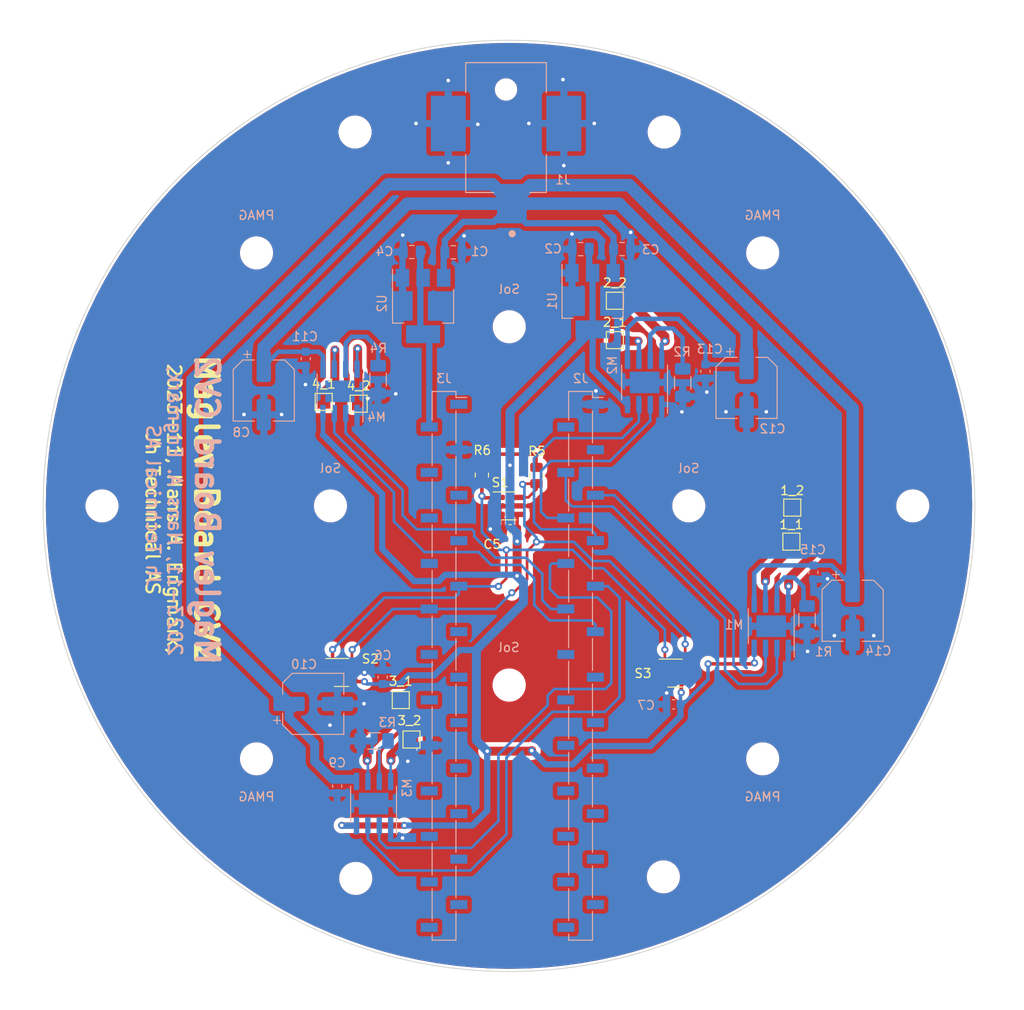
<source format=kicad_pcb>
(kicad_pcb (version 20221018) (generator pcbnew)
  (layers (0 "F.Cu" signal) (31 "B.Cu" signal) (34 "B.Paste" user) (35 "F.Paste" user) (36 "B.SilkS" user "B.Silkscreen") (37 "F.SilkS" user "F.Silkscreen") (38 "B.Mask" user) (39 "F.Mask" user) (44 "Edge.Cuts" user))
  (net 0 "")
  (net 1 "GND")
  (net 2 "Net-(M1-LSS)")
  (net 3 "+3.3V")
  (net 4 "+12V")
  (net 5 "+5V")
  (net 6 "Net-(M2-LSS)")
  (net 7 "Net-(M3-LSS)")
  (net 8 "Net-(M4-LSS)")
  (net 9 "Net-(3_1-Pin_1)")
  (net 10 "Net-(3_2-Pin_1)")
  (net 11 "Net-(4_1-Pin_1)")
  (net 12 "Net-(4_2-Pin_1)")
  (net 13 "Net-(1_1-Pin_1)")
  (net 14 "Net-(1_2-Pin_1)")
  (net 15 "Net-(2_1-Pin_1)")
  (net 16 "Net-(2_2-Pin_1)")
  (net 17 "/HB_0_B")
  (net 18 "/HB_0_A")
  (net 19 "/HB_1_B")
  (net 20 "/HB_1_A")
  (net 21 "/HB_2_B")
  (net 22 "/HB_2_A")
  (net 23 "/HB_3_B")
  (net 24 "/HB_3_A")
  (net 25 "/I2C_SDA")
  (net 26 "/I2C_SCL")
  (footprint "TestPoint:TestPoint_Pad_1.5x1.5mm" (layer "F.Cu") (at 135.3 125.3404)
    (fp_text reference "3_2")
    (fp_text value "solenoid")
  )
  (footprint "Resistor_SMD:R_0805_2012Metric" (layer "F.Cu") (at 149.2504 95.8596 -90)
    (fp_text reference "R5")
    (fp_text value "1K2")
  )
  (footprint "TestPoint:TestPoint_Pad_1.5x1.5mm" (layer "F.Cu") (at 125.5 87.6404)
    (fp_text reference "4_1")
    (fp_text value "solenoid")
  )
  (footprint "Capacitor_SMD:C_0603_1608Metric" (layer "F.Cu") (at 146.304 101.854)
    (fp_text reference "C5")
    (fp_text value "100nF")
  )
  (footprint "TestPoint:TestPoint_Pad_1.5x1.5mm" (layer "F.Cu") (at 177.8 99.4404)
    (fp_text reference "1_2")
    (fp_text value "solenoid")
  )
  (footprint "Package_TO_SOT_SMD:SOT-23-6" (layer "F.Cu") (at 127.508 117.856)
    (fp_text reference "S2")
    (fp_text value "TLE493DA1")
  )
  (footprint "Package_TO_SOT_SMD:SOT-23-6" (layer "F.Cu") (at 164.7135 117.922)
    (fp_text reference "S3")
    (fp_text value "TLE493DA0")
  )
  (footprint "TestPoint:TestPoint_Pad_1.5x1.5mm" (layer "F.Cu") (at 177.7 103.2404)
    (fp_text reference "1_1")
    (fp_text value "solenoid")
  )
  (footprint "" (layer "F.Cu") (at 126.25 99.25)
    (fp_text reference "")
    (fp_text value "")
  )
  (footprint "TestPoint:TestPoint_Pad_1.5x1.5mm" (layer "F.Cu") (at 158 76.3404)
    (fp_text reference "2_2")
    (fp_text value "solenoid")
  )
  (footprint "TestPoint:TestPoint_Pad_1.5x1.5mm" (layer "F.Cu") (at 134.1 120.9404)
    (fp_text reference "3_1")
    (fp_text value "solenoid")
  )
  (footprint "TestPoint:TestPoint_Pad_1.5x1.5mm" (layer "F.Cu") (at 158 80.7404)
    (fp_text reference "2_1")
    (fp_text value "solenoid")
  )
  (footprint "Resistor_SMD:R_0805_2012Metric" (layer "F.Cu") (at 143.1544 95.8088 90)
    (fp_text reference "R6")
    (fp_text value "1K2")
  )
  (footprint "TestPoint:TestPoint_Pad_1.5x1.5mm" (layer "F.Cu") (at 129.4 87.8404)
    (fp_text reference "4_2")
    (fp_text value "solenoid")
  )
  (footprint "Package_TO_SOT_SMD:SOT-23-6" (layer "F.Cu") (at 146.20114 99.25)
    (fp_text reference "S1")
    (fp_text value "TLE493DA2")
  )
  (footprint "Capacitor_SMD:C_0805_2012Metric" (layer "B.Cu") (at 139.97 70.9304)
    (fp_text reference "C1")
    (fp_text value "10uF")
  )
  (footprint "Capacitor_SMD:CP_Elec_6.3x7.7" (layer "B.Cu") (at 172.7 86.0704 -90)
    (fp_text reference "C12")
    (fp_text value "100uF")
  )
  (footprint "MountingHole:MountingHole_3.2mm_M3" (layer "B.Cu") (at 129.077025 140.852859 180)
    (fp_text reference "REF**" hide)
    (fp_text value "MountingHole_3.2mm_M3")
  )
  (footprint "Resistor_SMD:R_1206_3216Metric_Pad1.30x1.75mm_HandSolder" (layer "B.Cu") (at 179.451 111.984 -90)
    (fp_text reference "R1")
    (fp_text value "0.45")
  )
  (footprint "Capacitor_SMD:C_0603_1608Metric" (layer "B.Cu") (at 164.5412 121.412)
    (fp_text reference "C7")
    (fp_text value "100nF")
  )
  (footprint "MountingHole:MountingHole_3.2mm_M3" (layer "B.Cu") (at 126.25 99.25 180)
    (fp_text reference "Sol")
    (fp_text value "MountingHole_3.2mm_M3")
  )
  (footprint "Capacitor_SMD:C_0805_2012Metric" (layer "B.Cu") (at 135.33 70.9004)
    (fp_text reference "C4")
    (fp_text value "10uF")
  )
  (footprint "Package_SO:SOIC-8-1EP_3.9x4.9mm_P1.27mm_EP2.41x3.3mm" (layer "B.Cu") (at 131.064 132.496 90)
    (fp_text reference "M3")
    (fp_text value "A4950E")
  )
  (footprint "Package_SO:SOIC-8-1EP_3.9x4.9mm_P1.27mm_EP2.41x3.3mm" (layer "B.Cu") (at 127.317 86.452 90)
    (fp_text reference "M4")
    (fp_text value "A4950E")
  )
  (footprint "MountingHole:MountingHole_3.2mm_M3" (layer "B.Cu") (at 100.75 99.25 180)
    (fp_text reference "REF**" hide)
    (fp_text value "MountingHole_3.2mm_M3")
  )
  (footprint "MountingHole:MountingHole_3.2mm_M3" (layer "B.Cu") (at 118 71 180)
    (fp_text reference "PMAG")
    (fp_text value "MountingHole_3.2mm_M3")
  )
  (footprint "Capacitor_SMD:CP_Elec_6.3x7.7" (layer "B.Cu") (at 118.81 86.3704 -90)
    (fp_text reference "C8")
    (fp_text value "100uF")
  )
  (footprint "Capacitor_SMD:CP_Elec_6.3x7.7" (layer "B.Cu") (at 184.54 110.9604 -90)
    (fp_text reference "C14")
    (fp_text value "100uF")
  )
  (footprint "MountingHole:MountingHole_3.2mm_M3" (layer "B.Cu") (at 146.208951 79.245847 180)
    (fp_text reference "Sol")
    (fp_text value "MountingHole_3.2mm_M3")
  )
  (footprint "Package_TO_SOT_SMD:SOT-223" (layer "B.Cu") (at 136.59 76.9304 -90)
    (fp_text reference "U2")
    (fp_text value "TLV76133DCYR")
  )
  (footprint "MountingHole:MountingHole_3.2mm_M3" (layer "B.Cu") (at 191.25 99.25 180)
    (fp_text reference "REF**" hide)
    (fp_text value "MountingHole_3.2mm_M3")
  )
  (footprint "Capacitor_SMD:CP_Elec_6.3x7.7" (layer "B.Cu") (at 124.33 121.3604)
    (fp_text reference "C10")
    (fp_text value "100uF")
  )
  (footprint "Connector_PinSocket_2.54mm:PinSocket_1x24_P2.54mm_Vertical_SMD_Pin1Left" (layer "B.Cu") (at 138.93 117.1104 180)
    (fp_text reference "J3")
    (fp_text value "SMD 100\" Pin Socket")
  )
  (footprint "MountingHole:MountingHole_3.2mm_M3" (layer "B.Cu") (at 174.5 127.5 180)
    (fp_text reference "PMAG")
    (fp_text value "MountingHole_3.2mm_M3")
  )
  (footprint "Resistor_SMD:R_1206_3216Metric_Pad1.30x1.75mm_HandSolder" (layer "B.Cu") (at 131.572 85.147 -90)
    (fp_text reference "R4")
    (fp_text value "0.45")
  )
  (footprint "Capacitor_SMD:C_0805_2012Metric" (layer "B.Cu") (at 158.8 70.5704 180)
    (fp_text reference "C3")
    (fp_text value "10uF")
  )
  (footprint "MountingHole:MountingHole_3.2mm_M3" (layer "B.Cu") (at 166.25 99.25 180)
    (fp_text reference "Sol")
    (fp_text value "MountingHole_3.2mm_M3")
  )
  (footprint "barrel jack:CUI_PJ-036AH-SMT-TR" (layer "B.Cu") (at 146.5 65.5 -90)
    (fp_text reference "J1")
    (fp_text value "Barrel_Jack_Switch")
  )
  (footprint "Package_SO:SOIC-8-1EP_3.9x4.9mm_P1.27mm_EP2.41x3.3mm" (layer "B.Cu") (at 161.315 85.4604 90)
    (fp_text reference "M2")
    (fp_text value "A4950E")
  )
  (footprint "MountingHole:MountingHole_3.2mm_M3" (layer "B.Cu") (at 129 57.5 180)
    (fp_text reference "PMAG" hide)
    (fp_text value "MountingHole_3.2mm_M3")
  )
  (footprint "Capacitor_SMD:C_0603_1608Metric" (layer "B.Cu") (at 127 130.556 -90)
    (fp_text reference "C9")
    (fp_text value "100nF")
  )
  (footprint "MountingHole:MountingHole_3.2mm_M3" (layer "B.Cu") (at 163.412036 140.678157 180)
    (fp_text reference "REF**" hide)
    (fp_text value "MountingHole_3.2mm_M3")
  )
  (footprint "MountingHole:MountingHole_3.2mm_M3" (layer "B.Cu") (at 146.198475 119.26189 180)
    (fp_text reference "Sol")
    (fp_text value "MountingHole_3.2mm_M3")
  )
  (footprint "Resistor_SMD:R_1206_3216Metric_Pad1.30x1.75mm_HandSolder" (layer "B.Cu") (at 165.57 85.4954 -90)
    (fp_text reference "R2")
    (fp_text value "0.45")
  )
  (footprint "Package_TO_SOT_SMD:SOT-223" (layer "B.Cu") (at 155.51 76.3904 -90)
    (fp_text reference "U1")
    (fp_text value "TLV76133DCYR")
  )
  (footprint "Package_SO:SOIC-8-1EP_3.9x4.9mm_P1.27mm_EP2.41x3.3mm" (layer "B.Cu") (at 175.451 112.684 90)
    (fp_text reference "M1")
    (fp_text value "A4950E")
  )
  (footprint "Capacitor_SMD:C_0603_1608Metric" (layer "B.Cu") (at 132.08 118.364 -90)
    (fp_text reference "C6")
    (fp_text value "100nF")
  )
  (footprint "MountingHole:MountingHole_3.2mm_M3" (layer "B.Cu") (at 174.5 71 180)
    (fp_text reference "PMAG")
    (fp_text value "MountingHole_3.2mm_M3")
  )
  (footprint "Capacitor_SMD:C_0805_2012Metric" (layer "B.Cu") (at 154.18 70.5804 180)
    (fp_text reference "C2")
    (fp_text value "10uF")
  )
  (footprint "MountingHole:MountingHole_3.2mm_M3" (layer "B.Cu") (at 163.5 57.5 180)
    (fp_text reference "PMAG" hide)
    (fp_text value "MountingHole_3.2mm_M3")
  )
  (footprint "Capacitor_SMD:C_0603_1608Metric" (layer "B.Cu") (at 123.49 82.8104 -90)
    (fp_text reference "C11")
    (fp_text value "100nF")
  )
  (footprint "Connector_PinSocket_2.54mm:PinSocket_1x24_P2.54mm_Vertical_SMD_Pin1Left" (layer "B.Cu") (at 154.17 117.1104 180)
    (fp_text reference "J2")
    (fp_text value "SMD 100\" Pin Socket")
  )
  (footprint "Resistor_SMD:R_1206_3216Metric_Pad1.30x1.75mm_HandSolder" (layer "B.Cu") (at 131.13 125.5004 180)
    (fp_text reference "R3")
    (fp_text value "0.45")
  )
  (footprint "Capacitor_SMD:C_0603_1608Metric" (layer "B.Cu") (at 168.11 84.2254 -90)
    (fp_text reference "C13")
    (fp_text value "100nF")
  )
  (footprint "MountingHole:MountingHole_3.2mm_M3" (layer "B.Cu") (at 118 127.5 180)
    (fp_text reference "PMAG")
    (fp_text value "MountingHole_3.2mm_M3")
  )
  (footprint "Capacitor_SMD:C_0603_1608Metric" (layer "B.Cu") (at 180.15 106.6704 -90)
    (fp_text reference "C15")
    (fp_text value "100nF")
  )
  (gr_circle (center 146.1825 99.25) (end 198.1825 99.25) (stroke (width 0.1)) (fill none) (layer "Edge.Cuts"))
  (gr_text "Maglev Board CV2" (at 112.48375 99.7404 -90) (layer "B.SilkS") (effects (font (size 2.5 2.5) (thickness 0.5) bold) (justify mirror)))
  (gr_text "2023-11, Hans A. Engmark, \nJh Technical AS" (at 107.68375 99.2404 -90) (layer "B.SilkS") (effects (font (size 1.5 1.5) (thickness 0.25) bold) (justify mirror)))
  (gr_text "Maglev Board CV2" (at 112.4 99.6404 270) (layer "F.SilkS") (effects (font (size 2.5 2.5) (thickness 0.5) bold)))
  (gr_text "2023-11, Hans A. Engmark, \nJh Technical AS" (at 107.6 100.1404 270) (layer "F.SilkS") (effects (font (size 1.5 1.5) (thickness 0.25) bold)))
  (segment (start 163.7792 120.142) (end 163.7792 119.0752) (width 0.4) (layer "F.Cu") (net 1))
  (segment (start 145.288 102.095) (end 145.529 101.854) (width 0.4) (layer "F.Cu") (net 1))
  (segment (start 126.3705 117.856) (end 126.3705 118.806) (width 0.4) (layer "F.Cu") (net 1))
  (segment (start 130.048 117.856) (end 128.6455 117.856) (width 0.4) (layer "F.Cu") (net 1))
  (segment (start 145.06364 99.25) (end 147.33864 99.25) (width 0.4) (layer "F.Cu") (net 1))
  (segment (start 144.1 101.8404) (end 144.1136 101.854) (width 0.3) (layer "F.Cu") (net 1))
  (segment (start 145.529 100.66536) (end 145.06364 100.2) (width 0.4) (layer "F.Cu") (net 1))
  (segment (start 145.529 101.854) (end 145.529 100.66536) (width 0.4) (layer "F.Cu") (net 1))
  (segment (start 163.576 118.872) (end 163.576 117.922) (width 0.4) (layer "F.Cu") (net 1))
  (segment (start 145.06364 100.2) (end 145.06364 99.25) (width 0.4) (layer "F.Cu") (net 1))
  (segment (start 163.7792 119.0752) (end 163.576 118.872) (width 0.4) (layer "F.Cu") (net 1))
  (segment (start 128.6455 117.856) (end 126.3705 117.856) (width 0.4) (layer "F.Cu") (net 1))
  (segment (start 144.1136 101.854) (end 145.529 101.854) (width 0.3) (layer "F.Cu") (net 1))
  (segment (start 163.576 117.922) (end 165.851 117.922) (width 0.4) (layer "F.Cu") (net 1))
  (via (at 186.9 113.7404) (size 0.8) (drill 0.4) (layers "F.Cu" "B.Cu") (net 1))
  (via (at 179.51 115.5004) (size 0.8) (drill 0.4) (layers "F.Cu" "B.Cu") (net 1))
  (via (at 181.74 107.3904) (size 0.8) (drill 0.4) (layers "F.Cu" "B.Cu") (net 1))
  (via (at 170.4 88.7404) (size 0.8) (drill 0.4) (layers "F.Cu" "B.Cu") (net 1))
  (via (at 139.4 60.9404) (size 0.8) (drill 0.4) (layers "F.Cu" "B.Cu") (net 1))
  (via (at 134.88 127.7704) (size 0.8) (drill 0.4) (layers "F.Cu" "B.Cu") (net 1))
  (via (at 134.32 69.0104) (size 0.8) (drill 0.4) (layers "F.Cu" "B.Cu") (net 1))
  (via (at 174.9 88.7404) (size 0.8) (drill 0.4) (layers "F.Cu" "B.Cu") (net 1))
  (via (at 182.5 113.7404) (size 0.8) (drill 0.4) (layers "F.Cu" "B.Cu") (net 1))
  (via (at 165.48 88.7504) (size 0.8) (drill 0.4) (layers "F.Cu" "B.Cu") (net 1))
  (via (at 159.76 68.7004) (size 0.8) (drill 0.4) (layers "F.Cu" "B.Cu") (net 1))
  (via (at 130 121.3404) (size 0.8) (drill 0.4) (layers "F.Cu" "B.Cu") (net 1))
  (via (at 135.8 56.5404) (size 0.8) (drill 0.4) (layers "F.Cu" "B.Cu") (net 1))
  (via (at 116.6 89.0404) (size 0.8) (drill 0.4) (layers "F.Cu" "B.Cu") (net 1))
  (via (at 152.2 51.6404) (size 0.8) (drill 0.4) (layers "F.Cu" "B.Cu") (net 1))
  (via (at 123.46 85.7004) (size 0.8) (drill 0.4) (layers "F.Cu" "B.Cu") (net 1))
  (via (at 144.1 101.8404) (size 0.8) (drill 0.4) (layers "F.Cu" "B.Cu") (net 1))
  (via (at 155.88 86.4104) (size 0.8) (drill 0.4) (layers "F.Cu" "B.Cu") (net 1))
  (via (at 153.21 68.8904) (size 0.8) (drill 0.4) (layers "F.Cu" "B.Cu") (net 1))
  (via (at 152.3 61.2404) (size 0.8) (drill 0.4) (layers "F.Cu" "B.Cu") (net 1))
  (via (at 126.2 123.7404) (size 0.8) (drill 0.4) (layers "F.Cu" "B.Cu") (net 1))
  (via (at 139.4 51.7404) (size 0.8) (drill 0.4) (layers "F.Cu" "B.Cu") (net 1))
  (via (at 142.7 56.6404) (size 0.8) (drill 0.4) (layers "F.Cu" "B.Cu") (net 1))
  (via (at 134.3 136.3404) (size 0.8) (drill 0.4) (layers "F.Cu" "B.Cu") (net 1))
  (via (at 168.26 86.5404) (size 0.8) (drill 0.4) (layers "F.Cu" "B.Cu") (net 1))
  (via (at 155.7 56.5404) (size 0.8) (drill 0.4) (layers "F.Cu" "B.Cu") (net 1))
  (via (at 163.7792 120.142) (size 0.8) (drill 0.4) (layers "F.Cu" "B.Cu") (net 1))
  (via (at 148.4 56.5404) (size 0.8) (drill 0.4) (layers "F.Cu" "B.Cu") (net 1))
  (via (at 130.048 117.856) (size 0.8) (drill 0.4) (layers "F.Cu" "B.Cu") (net 1))
  (via (at 133.54 86.7404) (size 0.8) (drill 0.4) (layers "F.Cu" "B.Cu") (net 1))
  (via (at 141.17 69.0904) (size 0.8) (drill 0.4) (layers "F.Cu" "B.Cu") (net 1))
  (via (at 120.8 89.0404) (size 0.8) (drill 0.4) (layers "F.Cu" "B.Cu") (net 1))
  (segment (start 168.11 86.3904) (end 168.26 86.5404) (width 0.5) (layer "B.Cu") (net 1))
  (segment (start 133.4966 86.697) (end 131.572 86.697) (width 0.5) (layer "B.Cu") (net 1))
  (segment (start 179.1686 115.159) (end 179.51 115.5004) (width 0.5) (layer "B.Cu") (net 1))
  (segment (start 134.3 136.3404) (end 134.04 136.6004) (width 0.3) (layer "B.Cu") (net 1))
  (segment (start 136.65 126.0004) (end 134.88 127.7704) (width 0.3) (layer "B.Cu") (net 1))
  (segment (start 134.38 70.9004) (end 134.38 69.0704) (width 0.7) (layer "B.Cu") (net 1))
  (segment (start 129.342 88.927) (end 131.572 86.697) (width 0.5) (layer "B.Cu") (net 1))
  (segment (start 132.99 136.6004) (end 132.969 136.5794) (width 0.3) (layer "B.Cu") (net 1))
  (segment (start 164.665 87.9354) (end 165.48 88.7504) (width 0.5) (layer "B.Cu") (net 1))
  (segment (start 181.685 107.4454) (end 181.74 107.3904) (width 0.5) (layer "B.Cu") (net 1))
  (segment (start 179.451 113.534) (end 179.451 115.4414) (width 0.5) (layer "B.Cu") (net 1))
  (segment (start 123.49 83.5854) (end 123.49 85.6704) (width 0.5) (layer "B.Cu") (net 1))
  (segment (start 175.575949 112.684) (end 175.451 112.684) (width 0.7) (layer "B.Cu") (net 1))
  (segment (start 161.439949 85.4604) (end 161.315 85.4604) (width 0.7) (layer "B.Cu") (net 1))
  (segment (start 163.22 87.9354) (end 164.665 87.9354) (width 0.5) (layer "B.Cu") (net 1))
  (segment (start 165.57 87.0454) (end 165.57 88.6604) (width 0.5) (layer "B.Cu") (net 1))
  (segment (start 180.15 107.4454) (end 181.685 107.4454) (width 0.5) (layer "B.Cu") (net 1))
  (segment (start 163.7662 121.412) (end 163.7662 120.155) (width 0.4) (layer "B.Cu") (net 1))
  (segment (start 132.969 136.5794) (end 132.969 134.971) (width 0.3) (layer "B.Cu") (net 1))
  (segment (start 177.356 115.159) (end 179.1686 115.159) (width 0.5) (layer "B.Cu") (net 1))
  (segment (start 140.92 69.3404) (end 141.17 69.0904) (width 0.7) (layer "B.Cu") (net 1))
  (segment (start 123.49 85.6704) (end 123.46 85.7004) (width 0.5) (layer "B.Cu") (net 1))
  (segment (start 134.29 73.7804) (end 134.29 70.9904) (width 0.7) (layer "B.Cu") (net 1))
  (segment (start 134.2786 70.737433) (end 134.439138 70.576895) (width 0.4) (layer "B.Cu") (net 1))
  (segment (start 155.88 87.8404) (end 155.82 87.9004) (width 0.3) (layer "B.Cu") (net 1))
  (segment (start 153.21 70.6004) (end 153.23 70.5804) (width 0.7) (layer "B.Cu") (net 1))
  (segment (start 131.572 86.697) (end 131.327 86.452) (width 0.7) (layer "B.Cu") (net 1))
  (segment (start 153.21 70.5604) (end 153.23 70.5804) (width 0.7) (layer "B.Cu") (net 1))
  (segment (start 123.46 85.7004) (end 123.61 85.7004) (width 0.5) (layer "B.Cu") (net 1))
  (segment (start 175.788082 112.684) (end 175.451 112.684) (width 1) (layer "B.Cu") (net 1))
  (segment (start 159.75 68.7104) (end 159.76 68.7004) (width 0.7) (layer "B.Cu") (net 1))
  (segment (start 132.101016 117.589) (end 132.08 117.589) (width 0.7) (layer "B.Cu") (net 1))
  (segment (start 168.11 85.0004) (end 168.11 86.3904) (width 0.5) (layer "B.Cu") (net 1))
  (segment (start 132.215616 117.7036) (end 132.101016 117.589) (width 0.7) (layer "B.Cu") (net 1))
  (segment (start 127.126024 86.642976) (end 127.317 86.452) (width 1) (layer "B.Cu") (net 1))
  (segment (start 137.28 126.0004) (end 136.56 126.0004) (width 0.3) (layer "B.Cu") (net 1))
  (segment (start 155.88 86.4104) (end 155.88 87.8404) (width 0.3) (layer "B.Cu") (net 1))
  (segment (start 129.222 88.927) (end 129.342 88.927) (width 0.5) (layer "B.Cu") (net 1))
  (segment (start 179.451 115.4414) (end 179.51 115.5004) (width 0.5) (layer "B.Cu") (net 1))
  (segment (start 127.317 86.452) (end 127.441949 86.452) (width 0.7) (layer "B.Cu") (net 1))
  (segment (start 134.29 70.9904) (end 134.38 70.9004) (width 0.7) (layer "B.Cu") (net 1))
  (segment (start 134.04 136.6004) (end 132.99 136.6004) (width 0.3) (layer "B.Cu") (net 1))
  (segment (start 124.3616 86.452) (end 127.317 86.452) (width 0.5) (layer "B.Cu") (net 1))
  (segment (start 163.7662 120.155) (end 163.7792 120.142) (width 0.4) (layer "B.Cu") (net 1))
  (segment (start 130.048 117.856) (end 131.064 117.856) (width 0.4) (layer "B.Cu") (net 1))
  (segment (start 140.92 70.9304) (end 140.92 69.3404) (width 0.7) (layer "B.Cu") (net 1))
  (segment (start 165.57 87.0454) (end 166.065 87.0454) (width 0.7) (layer "B.Cu") (net 1))
  (segment (start 133.54 86.7404) (end 133.4966 86.697) (width 0.5) (layer "B.Cu") (net 1))
  (segment (start 165.57 88.6604) (end 165.48 88.7504) (width 0.5) (layer "B.Cu") (net 1))
  (segment (start 152.3 56.55) (end 152.746 56.55) (width 0.25) (layer "B.Cu") (net 1))
  (segment (start 134.38 69.0704) (end 134.32 69.0104) (width 0.7) (layer "B.Cu") (net 1))
  (segment (start 153.21 73.2404) (end 153.21 70.6004) (width 0.7) (layer "B.Cu") (net 1))
  (segment (start 131.331 117.589) (end 132.08 117.589) (width 0.4) (layer "B.Cu") (net 1))
  (segment (start 131.064 117.856) (end 131.331 117.589) (width 0.4) (layer "B.Cu") (net 1))
  (segment (start 153.21 68.8904) (end 153.21 70.5604) (width 0.7) (layer "B.Cu") (net 1))
  (segment (start 159.75 70.5704) (end 159.75 68.7104) (width 0.7) (layer "B.Cu") (net 1))
  (segment (start 137.28 126.0004) (end 136.65 126.0004) (width 0.3) (layer "B.Cu") (net 1))
  (segment (start 123.61 85.7004) (end 124.3616 86.452) (width 0.5) (layer "B.Cu") (net 1))
  (segment (start 178 107.2404) (end 176.95 107.2404) (width 0.5) (layer "B.Cu") (net 2))
  (segment (start 176.95 107.2404) (end 176.086 108.1044) (width 0.5) (layer "B.Cu") (net 2))
  (segment (start 176.086 108.1044) (end 176.086 110.209) (width 0.5) (layer "B.Cu") (net 2))
  (segment (start 179.451 110.434) (end 179.05 110.033) (width 0.5) (layer "B.Cu") (net 2))
  (segment (start 179.05 110.033) (end 179.05 108.2904) (width 0.5) (layer "B.Cu") (net 2))
  (segment (start 179.05 108.2904) (end 178 107.2404) (width 0.5) (layer "B.Cu") (net 2))
  (segment (start 147.09 103.2104) (end 147.079 103.1994) (width 0.3) (layer "F.Cu") (net 3))
  (segment (start 147.079 100.45964) (end 147.33864 100.2) (width 0.4) (layer "F.Cu") (net 3))
  (segment (start 149.1916 93.472) (end 149.31 93.5904) (width 0.4) (layer "F.Cu") (net 3))
  (segment (start 147.09 103.2104) (end 147.09 107.0504) (width 1) (layer "F.Cu") (net 3))
  (segment (start 165.4048 119.3182) (end 165.851 118.872) (width 0.4) (layer "F.Cu") (net 3))
  (segment (start 143.75 126.6404) (end 148.66 126.6404) (width 1) (layer "F.Cu") (net 3))
  (segment (start 149.352 95.0995) (end 149.4009 95.1484) (width 0.4) (layer "F.Cu") (net 3))
  (segment (start 149.2504 94.9471) (end 149.2504 94.9979) (width 0.3) (layer "F.Cu") (net 3))
  (segment (start 149.31 93.5904) (end 149.2504 93.65) (width 0.3) (layer "F.Cu") (net 3))
  (segment (start 165.4048 120.0912) (end 165.4048 119.3182) (width 0.4) (layer "F.Cu") (net 3))
  (segment (start 130.048 118.872) (end 128.7115 118.872) (width 0.4) (layer "F.Cu") (net 3))
  (segment (start 148.66 126.6404) (end 148.72 126.5804) (width 1) (layer "F.Cu") (net 3))
  (segment (start 146.24 94.6604) (end 146.29 94.7104) (width 0.3) (layer "F.Cu") (net 3))
  (segment (start 146.24 93.472) (end 149.1916 93.472) (width 0.4) (layer "F.Cu") (net 3))
  (segment (start 146.24 93.472) (end 146.24 94.6604) (width 0.3) (layer "F.Cu") (net 3))
  (segment (start 147.09 107.0504) (end 147.075104 107.065296) (width 1) (layer "F.Cu") (net 3))
  (segment (start 143.1544 94.8963) (end 143.1544 93.472) (width 0.4) (layer "F.Cu") (net 3))
  (segment (start 147.079 101.854) (end 147.079 100.45964) (width 0.4) (layer "F.Cu") (net 3))
  (segment (start 143.1544 93.472) (end 146.24 93.472) (width 0.4) (layer "F.Cu") (net 3))
  (segment (start 147.079 103.1994) (end 147.079 101.854) (width 0.3) (layer "F.Cu") (net 3))
  (segment (start 168.402 116.8908) (end 173.482 116.8908) (width 0.4) (layer "F.Cu") (net 3))
  (segment (start 147.2314 102.0064) (end 147.079 101.854) (width 0.4) (layer "F.Cu") (net 3))
  (segment (start 134.5 134.9404) (end 127.5236 134.9404) (width 0.7) (layer "F.Cu") (net 3))
  (segment (start 149.2504 93.65) (end 149.2504 94.9471) (width 0.3) (layer "F.Cu") (net 3))
  (segment (start 128.7115 118.872) (end 128.6455 118.806) (width 0.4) (layer "F.Cu") (net 3))
  (segment (start 127.5236 134.9404) (end 127.508 134.9248) (width 0.7) (layer "F.Cu") (net 3))
  (segment (start 149.2504 94.9979) (end 149.352 95.0995) (width 0.3) (layer "F.Cu") (net 3))
  (segment (start 173.482 116.8908) (end 173.5836 116.7892) (width 0.4) (layer "F.Cu") (net 3))
  (via (at 148.72 126.5804) (size 0.8) (drill 0.4) (layers "F.Cu" "B.Cu") (net 3))
  (via (at 146.29 94.7104) (size 0.8) (drill 0.4) (layers "F.Cu" "B.Cu") (net 3))
  (via (at 168.402 116.8908) (size 0.8) (drill 0.4) (layers "F.Cu" "B.Cu") (net 3))
  (via (at 143.75 126.6404) (size 0.8) (drill 0.4) (layers "F.Cu" "B.Cu") (net 3))
  (via (at 130.048 118.872) (size 0.8) (drill 0.4) (layers "F.Cu" "B.Cu") (net 3))
  (via (at 134.5 134.9404) (size 0.8) (drill 0.4) (layers "F.Cu" "B.Cu") (net 3))
  (via (at 165.4048 120.0912) (size 0.8) (drill 0.4) (layers "F.Cu" "B.Cu") (net 3))
  (via (at 127.508 134.9248) (size 0.8) (drill 0.4) (layers "F.Cu" "B.Cu") (net 3))
  (via (at 147.09 103.2104) (size 0.8) (drill 0.4) (layers "F.Cu" "B.Cu") (net 3))
  (via (at 147.075104 107.065296) (size 0.8) (drill 0.4) (layers "F.Cu" "B.Cu") (net 3))
  (via (at 173.5836 116.7892) (size 0.8) (drill 0.4) (layers "F.Cu" "B.Cu") (net 3))
  (segment (start 147.8 107.790192) (end 147.8 110.0504) (width 1) (layer "B.Cu") (net 3))
  (segment (start 146.29 88.7604) (end 155.51 79.5404) (width 1) (layer "B.Cu") (net 3))
  (segment (start 153.28 128.1104) (end 150.25 128.1104) (width 0.7) (layer "B.Cu") (net 3))
  (segment (start 130.315 119.139) (end 130.048 118.872) (width 0.4) (layer "B.Cu") (net 3))
  (segment (start 150.25 128.1104) (end 148.72 126.5804) (width 0.7) (layer "B.Cu") (net 3))
  (segment (start 161.96 126.0804) (end 155.31 126.0804) (width 0.7) (layer "B.Cu") (net 3))
  (segment (start 132.02 97.9204) (end 125.412 91.3124) (width 0.7) (layer "B.Cu") (net 3))
  (segment (start 155.13 70.5804) (end 155.13 72.8604) (width 0.7) (layer "B.Cu") (net 3))
  (segment (start 135.6 107.6404) (end 132.02 104.0604) (width 0.7) (layer "B.Cu") (net 3))
  (segment (start 139.05 106.9404) (end 138.35 107.6404) (width 0.7) (layer "B.Cu") (net 3))
  (segment (start 165.3162 121.412) (end 165.3162 120.1798) (width 0.4) (layer "B.Cu") (net 3))
  (segment (start 173.546 115.159) (end 173.546 116.7516) (width 0.2) (layer "B.Cu") (net 3))
  (segment (start 147.8 110.0504) (end 143.75 114.1004) (width 1) (layer "B.Cu") (net 3))
  (segment (start 147.09 102.3304) (end 146.29 101.5304) (width 1) (layer "B.Cu") (net 3))
  (segment (start 146.950208 106.9404) (end 139.05 106.9404) (width 0.7) (layer "B.Cu") (net 3))
  (segment (start 168.402 118.618) (end 165.608 121.412) (width 0.4) (layer "B.Cu") (net 3))
  (segment (start 143.75 114.1004) (end 142.5 115.3504) (width 0.7) (layer "B.Cu") (net 3))
  (segment (start 146.29 101.5304) (end 146.29 94.7104) (width 1) (layer "B.Cu") (net 3))
  (segment (start 159.41 87.9354) (end 155.51 84.0354) (width 0.7) (layer "B.Cu") (net 3))
  (segment (start 134.5 134.9404) (end 142.1 134.9404) (width 0.7) (layer "B.Cu") (net 3))
  (segment (start 132.02 104.0604) (end 132.02 97.9204) (width 0.7) (layer "B.Cu") (net 3))
  (segment (start 155.51 73.2404) (end 155.51 79.5404) (width 0.7) (layer "B.Cu") (net 3))
  (segment (start 155.51 84.0354) (end 155.51 79.5404) (width 0.7) (layer "B.Cu") (net 3))
  (segment (start 142.1 134.9404) (end 143.75 133.2904) (width 0.7) (layer "B.Cu") (net 3))
  (segment (start 165.3162 122.7242) (end 161.96 126.0804) (width 0.7) (layer "B.Cu") (net 3))
  (segment (start 132.08 119.139) (end 130.315 119.139) (width 0.4) (layer "B.Cu") (net 3))
  (segment (start 155.31 126.0804) (end 153.28 128.1104) (width 0.7) (layer "B.Cu") (net 3))
  (segment (start 138.35 107.6404) (end 135.6 107.6404) (width 0.7) (layer "B.Cu") (net 3))
  (segment (start 165.608 121.412) (end 165.3162 121.412) (width 0.4) (layer "B.Cu") (net 3))
  (segment (start 127.508 134.9248) (end 127.5542 134.971) (width 0.7) (layer "B.Cu") (net 3))
  (segment (start 125.412 90.6204) (end 125.412 91.3124) (width 0.5) (layer "B.Cu") (net 3))
  (segment (start 155.13 72.8604) (end 155.51 73.2404) (width 0.7) (layer "B.Cu") (net 3))
  (segment (start 142.54 115.3104) (end 142.54 125.4304) (width 1) (layer "B.Cu") (net 3))
  (segment (start 165.3162 121.412) (end 165.3162 122.7242) (width 0.7) (layer "B.Cu") (net 3))
  (segment (start 165.3162 120.1798) (end 165.4048 120.0912) (width 0.4) (layer "B.Cu") (net 3))
  (segment (start 147.09 103.2104) (end 147.09 102.3304) (width 1) (layer "B.Cu") (net 3))
  (segment (start 134.97 118.1704) (end 134.0014 119.139) (width 0.7) (layer "B.Cu") (net 3))
  (segment (start 147.075104 107.065296) (end 146.950208 106.9404) (width 0.7) (layer "B.Cu") (net 3))
  (segment (start 146.29 94.7104) (end 146.29 88.7604) (width 1) (layer "B.Cu") (net 3))
  (segment (start 137.85 118.1704) (end 134.97 118.1704) (width 0.7) (layer "B.Cu") (net 3))
  (segment (start 143.75 133.2904) (end 143.75 126.6404) (width 0.7) (layer "B.Cu") (net 3))
  (segment (start 147.075104 107.065296) (end 147.8 107.790192) (width 1) (layer "B.Cu") (net 3))
  (segment (start 140.67 115.3504) (end 137.85 118.1704) (width 0.7) (layer "B.Cu") (net 3))
  (segment (start 127.5542 134.971) (end 129.159 134.971) (width 0.7) (layer "B.Cu") (net 3))
  (segment (start 143.75 114.1004) (end 142.54 115.3104) (width 1) (layer "B.Cu") (net 3))
  (segment (start 155.4748 73.0348) (end 155.49 73.05) (width 0.7) (layer "B.Cu") (net 3))
  (segment (start 125.412 88.927) (end 125.412 90.6204) (width 0.5) (layer "B.Cu") (net 3))
  (segment (start 173.546 116.7516) (end 173.5836 116.7892) (width 0.2) (layer "B.Cu") (net 3))
  (segment (start 142.54 125.4304) (end 143.75 126.6404) (width 1) (layer "B.Cu") (net 3))
  (segment (start 134.0014 119.139) (end 132.08 119.139) (width 0.7) (layer "B.Cu") (net 3))
  (segment (start 168.402 116.8908) (end 168.402 118.618) (width 0.4) (layer "B.Cu") (net 3))
  (segment (start 142.5 115.3504) (end 140.67 115.3504) (width 0.7) (layer "B.Cu") (net 3))
  (segment (start 146.5 65.5) (end 146.5 66.0804) (width 0.7) (layer "B.Cu") (net 4))
  (segment (start 138.89 71.0604) (end 139.02 70.9304) (width 0.7) (layer "B.Cu") (net 4))
  (segment (start 125.412 82.5224) (end 124.925 82.0354) (width 0.5) (layer "B.Cu") (net 4))
  (segment (start 110.86 110.6404) (end 121.92 121.7004) (width 1.4) (layer "B.Cu") (net 4))
  (segment (start 124.49 125.7904) (end 121.63 122.9304) (width 1) (layer "B.Cu") (net 4))
  (segment (start 168.11 83.4504) (end 168.11 81.4504) (width 0.5) (layer "B.Cu") (net 4))
  (segment (start 126.4806 129.781) (end 124.49 127.7904) (width 1) (layer "B.Cu") (net 4))
  (segment (start 174.415 105.8954) (end 173.54 106.7704) (width 0.5) (layer "B.Cu") (net 4))
  (segment (start 118.81 81.5304) (end 118.81 83.214) (width 1.4) (layer "B.Cu") (net 4))
  (segment (start 141.06 67.5304) (end 144.4696 67.5304) (width 0.7) (layer "B.Cu") (net 4))
  (segment (start 173.546 106.7764) (end 173.546 110.209) (width 0.5) (layer "B.Cu") (net 4))
  (segment (start 148.11 67.6904) (end 156.34 67.6904) (width 0.7) (layer "B.Cu") (net 4))
  (segment (start 156.34 67.6904) (end 157.85 69.2004) (width 0.7) (layer "B.Cu") (net 4))
  (segment (start 124.49 127.7904) (end 124.49 125.7904) (width 1) (layer "B.Cu") (net 4))
  (segment (start 124.925 82.0354) (end 123.49 82.0354) (width 0.5) (layer "B.Cu") (net 4))
  (segment (start 172.62 83.4504) (end 172.7 83.3704) (width 0.5) (layer "B.Cu") (net 4))
  (segment (start 139.02 69.5704) (end 141.06 67.5304) (width 0.7) (layer "B.Cu") (net 4))
  (segment (start 157.85 69.2004) (end 157.85 70.5704) (width 0.7) (layer "B.Cu") (net 4))
  (segment (start 159.41 79.3904) (end 159.41 82.9854) (width 0.5) (layer "B.Cu") (net 4))
  (segment (start 157.81 73.2404) (end 157.81 70.6104) (width 0.7) (layer "B.Cu") (net 4))
  (segment (start 144.3404 63.3404) (end 132.7 63.3404) (width 1.4) (layer "B.Cu") (net 4))
  (segment (start 134.8404 65.5) (end 118.81 81.5304) (width 1.4) (layer "B.Cu") (net 4))
  (segment (start 146.5 66.0804) (end 148.11 67.6904) (width 0.7) (layer "B.Cu") (net 4))
  (segment (start 139.02 70.9304) (end 139.02 69.5704) (width 0.7) (layer "B.Cu") (net 4))
  (segment (start 120.445 82.0354) (end 118.81 83.6704) (width 0.5) (layer "B.Cu") (net 4))
  (segment (start 146.5 65.5) (end 134.8404 65.5) (width 1.4) (layer "B.Cu") (net 4))
  (segment (start 146.5 65.5) (end 144.3404 63.3404) (width 1.4) (layer "B.Cu") (net 4))
  (segment (start 110.86 85.1804) (end 110.86 110.6404) (width 1.4) (layer "B.Cu") (net 4))
  (segment (start 168.11 83.4504) (end 172.62 83.4504) (width 0.5) (layer "B.Cu") (net 4))
  (segment (start 157.7556 73.0042) (end 157.8014 73.05) (width 1.4) (layer "B.Cu") (net 4))
  (segment (start 127 129.781) (end 128.919 129.781) (width 1) (layer "B.Cu") (net 4))
  (segment (start 168.11 81.4504) (end 165.02 78.3604) (width 0.5) (layer "B.Cu") (net 4))
  (segment (start 148.5696 63.4304) (end 146.5 65.5) (width 1.4) (layer "B.Cu") (net 4))
  (segment (start 157.81 70.6104) (end 157.85 70.5704) (width 0.7) (layer "B.Cu") (net 4))
  (segment (start 184.54 88.3804) (end 159.59 63.4304) (width 1.4) (layer "B.Cu") (net 4))
  (segment (start 125.412 83.977) (end 125.412 82.5224) (width 0.5) (layer "B.Cu") (net 4))
  (segment (start 182.175 105.8954) (end 180.15 105.8954) (width 0.5) (layer "B.Cu") (net 4))
  (segment (start 173.54 106.7704) (end 173.546 106.7764) (width 0.5) (layer "B.Cu") (net 4))
  (segment (start 159.59 63.4304) (end 148.5696 63.4304) (width 1.4) (layer "B.Cu") (net 4))
  (segment (start 172.7 83.3704) (end 172.7 79.7404) (width 1.4) (layer "B.Cu") (net 4))
  (segment (start 180.15 105.8954) (end 174.415 105.8954) (width 0.5) (layer "B.Cu") (net 4))
  (segment (start 138.89 73.7804) (end 138.89 71.0604) (width 0.7) (layer "B.Cu") (net 4))
  (segment (start 172.7 79.7404) (end 158.4596 65.5) (width 1.4) (layer "B.Cu") (net 4))
  (segment (start 127 129.781) (end 126.4806 129.781) (width 1) (layer "B.Cu") (net 4))
  (segment (start 160.44 78.3604) (end 159.41 79.3904) (width 0.5) (layer "B.Cu") (net 4))
  (segment (start 138.987337 73.644063) (end 138.9014 73.73) (width 1) (layer "B.Cu") (net 4))
  (segment (start 132.7 63.3404) (end 110.86 85.1804) (width 1.4) (layer "B.Cu") (net 4))
  (segment (start 123.49 82.0354) (end 120.445 82.0354) (width 0.5) (layer "B.Cu") (net 4))
  (segment (start 158.4596 65.5) (end 146.5 65.5) (width 1.4) (layer "B.Cu") (net 4))
  (segment (start 144.4696 67.5304) (end 146.5 65.5) (width 0.7) (layer "B.Cu") (net 4))
  (segment (start 184.54 108.2604) (end 182.175 105.8954) (width 0.5) (layer "B.Cu") (net 4))
  (segment (start 121.63 122.9304) (end 121.63 121.3604) (width 1) (layer "B.Cu") (net 4))
  (segment (start 165.02 78.3604) (end 160.44 78.3604) (width 0.5) (layer "B.Cu") (net 4))
  (segment (start 184.54 108.2604) (end 184.54 88.3804) (width 1.4) (layer "B.Cu") (net 4))
  (segment (start 137.28 80.7704) (end 136.59 80.0804) (width 0.7) (layer "B.Cu") (net 5))
  (segment (start 136.59 70.827757) (end 136.339138 70.576895) (width 0.7) (layer "B.Cu") (net 5))
  (segment (start 136.28 70.9004) (end 136.28 73.4704) (width 0.7) (layer "B.Cu") (net 5))
  (segment (start 137.28 90.4404) (end 137.28 80.7704) (width 0.7) (layer "B.Cu") (net 5))
  (segment (start 136.28 70.9004) (end 136.28 79.7704) (width 0.7) (layer "B.Cu") (net 5))
  (segment (start 136.28 73.4704) (end 136.59 73.7804) (width 0.7) (layer "B.Cu") (net 5))
  (segment (start 136.28 79.7704) (end 136.59 80.0804) (width 0.7) (layer "B.Cu") (net 5))
  (segment (start 161.95 80.1504) (end 161.95 82.9854) (width 0.5) (layer "B.Cu") (net 6))
  (segment (start 164.47 79.4204) (end 162.68 79.4204) (width 0.5) (layer "B.Cu") (net 6))
  (segment (start 162.68 79.4204) (end 161.95 80.1504) (width 0.5) (layer "B.Cu") (net 6))
  (segment (start 165.57 80.5204) (end 164.47 79.4204) (width 0.5) (layer "B.Cu") (net 6))
  (segment (start 165.57 83.9454) (end 165.57 80.5204) (width 0.5) (layer "B.Cu") (net 6))
  (segment (start 131.699 126.341) (end 131.8394 126.341) (width 0.3) (layer "B.Cu") (net 7))
  (segment (start 131.699 130.021) (end 131.699 126.341) (width 0.3) (layer "B.Cu") (net 7))
  (segment (start 131.8394 126.341) (end 132.68 125.5004) (width 0.3) (layer "B.Cu") (net 7))
  (segment (start 128.642 80.3604) (end 127.952 81.0504) (width 0.5) (layer "B.Cu") (net 8))
  (segment (start 131.572 83.597) (end 131.572 81.6724) (width 0.5) (layer "B.Cu") (net 8))
  (segment (start 127.952 81.0504) (end 127.952 83.977) (width 0.5) (layer "B.Cu") (net 8))
  (segment (start 130.26 80.3604) (end 128.642 80.3604) (width 0.5) (layer "B.Cu") (net 8))
  (segment (start 131.572 81.6724) (end 130.26 80.3604) (width 0.5) (layer "B.Cu") (net 8))
  (segment (start 130.3528 127.7112) (end 130.3528 126.2876) (width 1) (layer "F.Cu") (net 9))
  (segment (start 130.3528 126.2876) (end 134.1 122.5404) (width 1) (layer "F.Cu") (net 9))
  (segment (start 134.1 122.5404) (end 134.1 120.9404) (width 1) (layer "F.Cu") (net 9))
  (via (at 130.3528 127.7112) (size 0.8) (drill 0.4) (layers "F.Cu" "B.Cu") (net 9))
  (segment (start 130.429 127.7874) (end 130.3528 127.7112) (width 0.3) (layer "B.Cu") (net 9))
  (segment (start 130.429 130.021) (end 130.429 127.7874) (width 0.3) (layer "B.Cu") (net 9))
  (segment (start 132.9944 127.7112) (end 132.9944 127.1016) (width 1) (layer "F.Cu") (net 10))
  (segment (start 132.9944 127.1016) (end 134.7556 125.3404) (width 1) (layer "F.Cu") (net 10))
  (segment (start 134.7556 125.3404) (end 135.3 125.3404) (width 1) (layer "F.Cu") (net 10))
  (via (at 132.9944 127.7112) (size 0.8) (drill 0.4) (layers "F.Cu" "B.Cu") (net 10))
  (segment (start 132.969 130.021) (end 132.969 127.7366) (width 0.3) (layer "B.Cu") (net 10))
  (segment (start 132.969 127.7366) (end 132.9944 127.7112) (width 0.3) (layer "B.Cu") (net 10))
  (segment (start 125.5 86.59) (end 125.5 87.6404) (width 1) (layer "F.Cu") (net 11))
  (segment (start 126.746 85.344) (end 125.5 86.59) (width 1) (layer "F.Cu") (net 11))
  (segment (start 126.746 81.8388) (end 126.746 85.344) (width 1) (layer "F.Cu") (net 11))
  (via (at 126.746 81.8388) (size 0.8) (drill 0.4) (layers "F.Cu" "B.Cu") (net 11))
  (segment (start 126.682 81.9028) (end 126.746 81.8388) (width 0.3) (layer "B.Cu") (net 11))
  (segment (start 126.682 83.977) (end 126.682 81.9028) (width 0.3) (layer "B.Cu") (net 11))
  (segment (start 129.4 84.2388) (end 129.4 87.8404) (width 1) (layer "F.Cu") (net 12))
  (segment (start 129.286 84.1248) (end 129.4 84.2388) (width 1) (layer "F.Cu") (net 12))
  (segment (start 129.286 81.6864) (end 129.286 84.1248) (width 1) (layer "F.Cu") (net 12))
  (via (at 129.286 81.6864) (size 0.8) (drill 0.4) (layers "F.Cu" "B.Cu") (net 12))
  (segment (start 129.222 81.7504) (end 129.286 81.6864) (width 0.3) (layer "B.Cu") (net 12))
  (segment (start 129.222 83.977) (end 129.222 81.7504) (width 0.3) (layer "B.Cu") (net 12))
  (segment (start 177.7 103.9404) (end 177.7 103.2404) (width 1) (layer "F.Cu") (net 13))
  (segment (start 174.8028 106.8376) (end 177.7 103.9404) (width 1) (layer "F.Cu") (net 13))
  (segment (start 174.8028 107.696) (end 174.8028 106.8376) (width 1) (layer "F.Cu") (net 13))
  (via (at 174.8028 107.696) (size 0.8) (drill 0.4) (layers "F.Cu" "B.Cu") (net 13))
  (segment (start 174.8028 107.696) (end 174.8028 110.1958) (width 0.5) (layer "B.Cu") (net 13))
  (segment (start 174.8028 110.1958) (end 174.816 110.209) (width 0.5) (layer "B.Cu") (net 13))
  (segment (start 180.2 101.8404) (end 177.8 99.4404) (width 1) (layer "F.Cu") (net 14))
  (segment (start 177.3936 107.3912) (end 180.2 104.5848) (width 1) (layer "F.Cu") (net 14))
  (segment (start 177.3936 108.219) (end 177.3936 107.3912) (width 1) (layer "F.Cu") (net 14))
  (segment (start 180.2 104.5848) (end 180.2 101.8404) (width 1) (layer "F.Cu") (net 14))
  (via (at 177.3936 108.219) (size 0.8) (drill 0.4) (layers "F.Cu" "B.Cu") (net 14))
  (segment (start 177.356 108.2566) (end 177.3936 108.219) (width 0.5) (layer "B.Cu") (net 14))
  (segment (start 177.356 110.209) (end 177.356 108.2566) (width 0.5) (layer "B.Cu") (net 14))
  (segment (start 160.5916 80.8472) (end 159.6068 80.8472) (width 1) (layer "F.Cu") (net 15))
  (segment (start 159.5 80.7404) (end 158 80.7404) (width 1) (layer "F.Cu") (net 15))
  (segment (start 159.6068 80.8472) (end 159.5 80.7404) (width 1) (layer "F.Cu") (net 15))
  (via (at 160.5916 80.8472) (size 0.8) (drill 0.4) (layers "F.Cu" "B.Cu") (net 15))
  (segment (start 160.68 82.9854) (end 160.68 80.9356) (width 0.5) (layer "B.Cu") (net 15))
  (segment (start 160.68 80.9356) (end 160.5916 80.8472) (width 0.5) (layer "B.Cu") (net 15))
  (segment (start 163.5888 80.8472) (end 163.5888 80.3292) (width 1) (layer "F.Cu") (net 16))
  (segment (start 159.6 76.3404) (end 158 76.3404) (width 1) (layer "F.Cu") (net 16))
  (segment (start 163.5888 80.3292) (end 159.6 76.3404) (width 1) (layer "F.Cu") (net 16))
  (segment (start 163.5888 80.8472) (end 163.6396 80.8472) (width 1) (layer "F.Cu") (net 16))
  (via (at 163.5888 80.8472) (size 0.8) (drill 0.4) (layers "F.Cu" "B.Cu") (net 16))
  (segment (start 163.22 81.216) (end 163.5888 80.8472) (width 0.5) (layer "B.Cu") (net 16))
  (segment (start 163.22 82.9854) (end 163.22 81.216) (width 0.5) (layer "B.Cu") (net 16))
  (segment (start 170.3 117.6154) (end 170.3 111.8604) (width 0.3) (layer "B.Cu") (net 17))
  (segment (start 176.086 115.159) (end 176.086 117.9544) (width 0.3) (layer "B.Cu") (net 17))
  (segment (start 174.9 119.1404) (end 171.825 119.1404) (width 0.3) (layer "B.Cu") (net 17))
  (segment (start 176.086 117.9544) (end 174.9 119.1404) (width 0.3) (layer "B.Cu") (net 17))
  (segment (start 157.76 99.3204) (end 153.22 99.3204) (width 0.3) (layer "B.Cu") (net 17))
  (segment (start 171.825 119.1404) (end 170.3 117.6154) (width 0.3) (layer "B.Cu") (net 17))
  (segment (start 170.3 111.8604) (end 157.76 99.3204) (width 0.3) (layer "B.Cu") (net 17))
  (segment (start 152.52 98.6204) (end 152.52 95.5204) (width 0.3) (layer "B.Cu") (net 17))
  (segment (start 153.22 99.3204) (end 152.52 98.6204) (width 0.3) (layer "B.Cu") (net 17))
  (segment (start 174.816 117.7444) (end 174.816 115.159) (width 0.3) (layer "B.Cu") (net 18))
  (segment (start 171.24 111.3804) (end 171.24 117.0504) (width 0.3) (layer "B.Cu") (net 18))
  (segment (start 157.92 98.0604) (end 171.24 111.3804) (width 0.3) (layer "B.Cu") (net 18))
  (segment (start 171.24 117.0504) (end 172.35 118.1604) (width 0.3) (layer "B.Cu") (net 18))
  (segment (start 172.35 118.1604) (end 174.4 118.1604) (width 0.3) (layer "B.Cu") (net 18))
  (segment (start 155.82 98.0604) (end 157.92 98.0604) (width 0.3) (layer "B.Cu") (net 18))
  (segment (start 174.4 118.1604) (end 174.816 117.7444) (width 0.3) (layer "B.Cu") (net 18))
  (segment (start 149.76 95.3404) (end 150.86 94.2404) (width 0.3) (layer "B.Cu") (net 19))
  (segment (start 161.95 88.8604) (end 161.95 87.9354) (width 0.4) (layer "B.Cu") (net 19))
  (segment (start 161.95 89.7504) (end 161.95 87.9354) (width 0.3) (layer "B.Cu") (net 19))
  (segment (start 157.46 94.2404) (end 161.95 89.7504) (width 0.3) (layer "B.Cu") (net 19))
  (segment (start 149.76 99.9104) (end 149.76 95.3404) (width 0.3) (layer "B.Cu") (net 19))
  (segment (start 150.86 94.2404) (end 157.46 94.2404) (width 0.3) (layer "B.Cu") (net 19))
  (segment (start 152.52 100.6004) (end 150.45 100.6004) (width 0.3) (layer "B.Cu") (net 19))
  (segment (start 150.45 100.6004) (end 149.76 99.9104) (width 0.3) (layer "B.Cu") (net 19))
  (segment (start 160.68 89.8204) (end 158.82 91.6804) (width 0.3) (layer "B.Cu") (net 20))
  (segment (start 148.97 101.0704) (end 149.77 101.8704) (width 0.3) (layer "B.Cu") (net 20))
  (segment (start 149.77 101.8704) (end 155.28 101.8704) (width 0.3) (layer "B.Cu") (net 20))
  (segment (start 155.82 102.4104) (end 155.82 103.1404) (width 0.3) (layer "B.Cu") (net 20))
  (segment (start 148.97 93.9404) (end 148.97 101.0704) (width 0.3) (layer "B.Cu") (net 20))
  (segment (start 151.23 91.6804) (end 148.97 93.9404) (width 0.3) (layer "B.Cu") (net 20))
  (segment (start 155.28 101.8704) (end 155.82 102.4104) (width 0.3) (layer "B.Cu") (net 20))
  (segment (start 158.82 91.6804) (end 151.23 91.6804) (width 0.3) (layer "B.Cu") (net 20))
  (segment (start 160.68 87.9354) (end 160.68 89.8204) (width 0.3) (layer "B.Cu") (net 20))
  (segment (start 145 127.0104) (end 145 134.4404) (width 0.3) (layer "B.Cu") (net 21))
  (segment (start 151.68 109.4804) (end 156.06 109.4804) (width 0.3) (layer "B.Cu") (net 21))
  (segment (start 150.75 105.9104) (end 150.75 108.5504) (width 0.3) (layer "B.Cu") (net 21))
  (segment (start 131.699 136.608982) (end 131.699 134.971) (width 0.3) (layer "B.Cu") (net 21))
  (segment (start 131.697582 134.972418) (end 131.699 134.971) (width 0.4) (layer "B.Cu") (net 21))
  (segment (start 157.6 119.0504) (end 156.95 119.7004) (width 0.3) (layer "B.Cu") (net 21))
  (segment (start 152.52 105.6804) (end 150.98 105.6804) (width 0.3) (layer "B.Cu") (net 21))
  (segment (start 156.95 119.7004) (end 151.23 119.7004) (width 0.3) (layer "B.Cu") (net 21))
  (segment (start 151.23 119.7004) (end 150.5 120.4304) (width 0.3) (layer "B.Cu") (net 21))
  (segment (start 132.527582 137.4404) (end 131.697582 136.6104) (width 0.3) (layer "B.Cu") (net 21))
  (segment (start 142 137.4404) (end 132.527582 137.4404) (width 0.3) (layer "B.Cu") (net 21))
  (segment (start 157.6 111.0204) (end 157.6 119.0504) (width 0.3) (layer "B.Cu") (net 21))
  (segment (start 150.5 120.4304) (end 150.5 121.5104) (width 0.3) (layer "B.Cu") (net 21))
  (segment (start 156.06 109.4804) (end 157.6 111.0204) (width 0.3) (layer "B.Cu") (net 21))
  (segment (start 145 134.4404) (end 142 137.4404) (width 0.3) (layer "B.Cu") (net 21))
  (segment (start 150.75 108.5504) (end 151.68 109.4804) (width 0.3) (layer "B.Cu") (net 21))
  (segment (start 150.98 105.6804) (end 150.75 105.9104) (width 0.3) (layer "B.Cu") (net 21))
  (segment (start 131.697582 136.6104) (end 131.699 136.608982) (width 0.3) (layer "B.Cu") (net 21))
  (segment (start 150.5 121.5104) (end 145 127.0104) (width 0.3) (layer "B.Cu") (net 21))
  (segment (start 158.53 120.6004) (end 156.88 122.2504) (width 0.3) (layer "B.Cu") (net 22))
  (segment (start 141.87 139.9704) (end 133.95 139.9704) (width 0.3) (layer "B.Cu") (net 22))
  (segment (start 151 122.2504) (end 145.9 127.3504) (width 0.3) (layer "B.Cu") (net 22))
  (segment (start 145.9 135.9404) (end 141.87 139.9704) (width 0.3) (layer "B.Cu") (net 22))
  (segment (start 157.24 108.2204) (end 158.53 109.5104) (width 0.3) (layer "B.Cu") (net 22))
  (segment (start 156.88 122.2504) (end 151 122.2504) (width 0.3) (layer "B.Cu") (net 22))
  (segment (start 145.9 127.3504) (end 145.9 135.9404) (width 0.3) (layer "B.Cu") (net 22))
  (segment (start 133.95 139.9704) (end 130.429 136.4494) (width 0.3) (layer "B.Cu") (net 22))
  (segment (start 130.429 136.4494) (end 130.429 134.971) (width 0.3) (layer "B.Cu") (net 22))
  (segment (start 155.82 108.2204) (end 157.24 108.2204) (width 0.3) (layer "B.Cu") (net 22))
  (segment (start 158.53 109.5104) (end 158.53 120.6004) (width 0.3) (layer "B.Cu") (net 22))
  (segment (start 142.3 102.1404) (end 142.3 102.667177) (width 0.3) (layer "B.Cu") (net 23))
  (segment (start 134.31 100.3004) (end 135.88 101.8704) (width 0.3) (layer "B.Cu") (net 23))
  (segment (start 127.952 88.927) (end 127.952 91.1224) (width 0.3) (layer "B.Cu") (net 23))
  (segment (start 142.03 101.8704) (end 142.3 102.1404) (width 0.3) (layer "B.Cu") (net 23))
  (segment (start 149.9 109.7904) (end 150.87 110.7604) (width 0.3) (layer "B.Cu") (net 23))
  (segment (start 134.31 97.4804) (end 134.31 100.3004) (width 0.3) (layer "B.Cu") (net 23))
  (segment (start 127.952 91.1224) (end 134.31 97.4804) (width 0.3) (layer "B.Cu") (net 23))
  (segment (start 135.88 101.8704) (end 142.03 101.8704) (width 0.3) (layer "B.Cu") (net 23))
  (segment (start 150.87 110.7604) (end 152.52 110.7604) (width 0.3) (layer "B.Cu") (net 23))
  (segment (start 144.673223 105.0404) (end 148.1 105.0404) (width 0.3) (layer "B.Cu") (net 23))
  (segment (start 148.1 105.0404) (end 149.9 106.8404) (width 0.3) (layer "B.Cu") (net 23))
  (segment (start 149.9 106.8404) (end 149.9 109.7904) (width 0.3) (layer "B.Cu") (net 23))
  (segment (start 142.3 102.667177) (end 144.673223 105.0404) (width 0.3) (layer "B.Cu") (net 23))
  (segment (start 150.7 112.0404) (end 149 110.3404) (width 0.3) (layer "B.Cu") (net 24))
  (segment (start 142.76 104.4004) (end 136.75 104.4004) (width 0.3) (layer "B.Cu") (net 24))
  (segment (start 155.82 112.5004) (end 155.36 112.0404) (width 0.3) (layer "B.Cu") (net 24))
  (segment (start 149 107.3404) (end 147.5 105.8404) (width 0.3) (layer "B.Cu") (net 24))
  (segment (start 126.682 91.0904) (end 126.682 88.927) (width 0.3) (layer "B.Cu") (net 24))
  (segment (start 144.2 105.8404) (end 142.76 104.4004) (width 0.3) (layer "B.Cu") (net 24))
  (segment (start 147.5 105.8404) (end 144.2 105.8404) (width 0.3) (layer "B.Cu") (net 24))
  (segment (start 133.34 97.7484) (end 126.682 91.0904) (width 0.3) (layer "B.Cu") (net 24))
  (segment (start 136.75 104.4004) (end 133.34 100.9904) (width 0.3) (layer "B.Cu") (net 24))
  (segment (start 152.6 112.0404) (end 150.7 112.0404) (width 0.3) (layer "B.Cu") (net 24))
  (segment (start 149 110.3404) (end 149 107.3404) (width 0.3) (layer "B.Cu") (net 24))
  (segment (start 155.36 112.0404) (end 152.1 112.0404) (width 0.3) (layer "B.Cu") (net 24))
  (segment (start 133.34 100.9904) (end 133.34 97.7484) (width 0.3) (layer "B.Cu") (net 24))
  (segment (start 155.82 113.3004) (end 155.82 112.5004) (width 0.3) (layer "B.Cu") (net 24))
  (segment (start 149.2504 96.7721) (end 149.1996 96.8229) (width 0.4) (layer "F.Cu") (net 25))
  (segment (start 149.2504 96.7721) (end 147.7683 96.7721) (width 0.3) (layer "F.Cu") (net 25))
  (segment (start 128.6455 115.3249) (end 128.68 115.2904) (width 0.3) (layer "F.Cu") (net 25))
  (segment (start 165.851 116.972) (end 165.851 114.6914) (width 0.3) (layer "F.Cu") (net 25))
  (segment (start 148.3404 98.3) (end 149.2504 97.39) (width 0.3) (layer "F.Cu") (net 25))
  (segment (start 148.2 107.4404) (end 148.2 104.3208) (width 0.3) (layer "F.Cu") (net 25))
  (segment (start 128.6455 116.906) (end 128.6455 115.3249) (width 0.3) (layer "F.Cu") (net 25))
  (segment (start 146.5 108.9404) (end 146.7 108.9404) (width 0.3) (layer "F.Cu") (net 25))
  (segment (start 147.828957 98.3) (end 147.33864 98.3) (width 0.4) (layer "F.Cu") (net 25))
  (segment (start 147.33864 98.3) (end 148.3404 98.3) (width 0.3) (layer "F.Cu") (net 25))
  (segment (start 165.851 114.6914) (end 165.85 114.6904) (width 0.3) (layer "F.Cu") (net 25))
  (segment (start 149.2504 97.39) (end 149.2504 96.7721) (width 0.3) (layer "F.Cu") (net 25))
  (segment (start 146.7 108.9404) (end 148.2 107.4404) (width 0.3) (layer "F.Cu") (net 25))
  (segment (start 148.2 104.3208) (end 149.2504 103.2704) (width 0.3) (layer "F.Cu") (net 25))
  (segment (start 128.6455 116.906) (end 128.7115 116.84) (width 0.4) (layer "F.Cu") (net 25))
  (segment (start 147.7683 96.7721) (end 147.7 96.8404) (width 0.3) (layer "F.Cu") (net 25))
  (via (at 147.7 96.8404) (size 0.8) (drill 0.4) (layers "F.Cu" "B.Cu") (net 25))
  (via (at 146.5 108.9404) (size 0.8) (drill 0.4) (layers "F.Cu" "B.Cu") (net 25))
  (via (at 128.68 115.2904) (size 0.8) (drill 0.4) (layers "F.Cu" "B.Cu") (net 25))
  (via (at 165.85 114.6904) (size 0.8) (drill 0.4) (layers "F.Cu" "B.Cu") (net 25))
  (via (at 149.2504 103.2704) (size 0.8) (drill 0.4) (layers "F.Cu" "B.Cu") (net 25))
  (segment (start 165.85 113.8504) (end 165.85 114.6904) (width 0.3) (layer "B.Cu") (net 25))
  (segment (start 155.56 105.4104) (end 157.41 105.4104) (width 0.3) (layer "B.Cu") (net 25))
  (segment (start 147.9 97.0404) (end 147.7 96.8404) (width 0.3) (layer "B.Cu") (net 25))
  (segment (start 128.68 115.2904) (end 133.21 110.7604) (width 0.3) (layer "B.Cu") (net 25))
  (segment (start 149.2504 103.2704) (end 153.42 103.2704) (width 0.3) (layer "B.Cu") (net 25))
  (segment (start 157.41 105.4104) (end 165.85 113.8504) (width 0.3) (layer "B.Cu") (net 25))
  (segment (start 147.9 101.4404) (end 147.9 99.4404) (width 0.3) (layer "B.Cu") (net 25))
  (segment (start 144.68 110.7604) (end 137.28 110.7604) (width 0.3) (layer "B.Cu") (net 25))
  (segment (start 146.5 108.9404) (end 144.68 110.7604) (width 0.3) (layer "B.Cu") (net 25))
  (segment (start 149.2504 103.2704) (end 149.2504 102.7908) (width 0.3) (layer "B.Cu") (net 25))
  (segment (start 153.42 103.2704) (end 155.56 105.4104) (width 0.3) (layer "B.Cu") (net 25))
  (segment (start 149.2504 102.7908) (end 148.5 102.0404) (width 0.3) (layer "B.Cu") (net 25))
  (segment (start 133.21 110.7604) (end 137.28 110.7604) (width 0.3) (layer "B.Cu") (net 25))
  (segment (start 147.9 99.4404) (end 147.9 97.0404) (width 0.3) (layer "B.Cu") (net 25))
  (segment (start 148.5 102.0404) (end 147.9 101.4404) (width 0.3) (layer "B.Cu") (net 25))
  (segment (start 163.576 116.972) (end 163.576 115.3044) (width 0.3) (layer "F.Cu") (net 26))
  (segment (start 126.492 115.824) (end 126.492 115.2924) (width 0.3) (layer "F.Cu") (net 26))
  (segment (start 145.885667 104.162499) (end 145.885667 107.354733) (width 0.3) (layer "F.Cu") (net 26))
  (segment (start 143.1544 98.1456) (end 143.1544 96.7213) (width 0.4) (layer "F.Cu") (net 26))
  (segment (start 143.1544 98.1456) (end 143.3576 98.3488) (width 0.4) (layer "F.Cu") (net 26))
  (segment (start 145.885667 104.162499) (end 145.862915 104.185251) (width 0.3) (layer "F.Cu") (net 26))
  (segment (start 163.576 115.3044) (end 163.58 115.3004) (width 0.3) (layer "F.Cu") (net 26))
  (segment (start 126.492 115.2924) (end 126.49 115.2904) (width 0.3) (layer "F.Cu") (net 26))
  (segment (start 145.01484 98.3488) (end 145.06364 98.3) (width 0.4) (layer "F.Cu") (net 26))
  (segment (start 145.885667 107.354733) (end 145 108.2404) (width 0.3) (layer "F.Cu") (net 26))
  (segment (start 126.492 116.7845) (end 126.492 115.824) (width 0.4) (layer "F.Cu") (net 26))
  (segment (start 143.3576 98.3488) (end 145.01484 98.3488) (width 0.4) (layer "F.Cu") (net 26))
  (segment (start 126.3705 116.906) (end 126.492 116.7845) (width 0.4) (layer "F.Cu") (net 26))
  (via (at 126.49 115.2904) (size 0.8) (drill 0.4) (layers "F.Cu" "B.Cu") (net 26))
  (via (at 145 108.2404) (size 0.8) (drill 0.4) (layers "F.Cu" "B.Cu") (net 26))
  (via (at 163.58 115.3004) (size 0.8) (drill 0.4) (layers "F.Cu" "B.Cu") (net 26))
  (via (at 143.1544 98.1456) (size 0.8) (drill 0.4) (layers "F.Cu" "B.Cu") (net 26))
  (via (at 145.885667 104.162499) (size 0.8) (drill 0.4) (layers "F.Cu" "B.Cu") (net 26))
  (segment (start 156.72 106.2104) (end 163.58 113.0704) (width 0.3) (layer "B.Cu") (net 26))
  (segment (start 132.28 109.5004) (end 126.49 115.2904) (width 0.3) (layer "B.Cu") (net 26))
  (segment (start 143.1544 102.1948) (end 143.1544 98.1456) (width 0.3) (layer "B.Cu") (net 26))
  (segment (start 140.13 109.5004) (end 132.28 109.5004) (width 0.3) (layer "B.Cu") (net 26))
  (segment (start 153.282099 104.162499) (end 155.33 106.2104) (width 0.3) (layer "B.Cu") (net 26))
  (segment (start 140.58 108.2204) (end 140.58 109.0504) (width 0.3) (layer "B.Cu") (net 26))
  (segment (start 155.33 106.2104) (end 156.72 106.2104) (width 0.3) (layer "B.Cu") (net 26))
  (segment (start 163.58 113.0704) (end 163.58 115.3004) (width 0.3) (layer "B.Cu") (net 26))
  (segment (start 145.885667 104.162499) (end 145.122099 104.162499) (width 0.3) (layer "B.Cu") (net 26))
  (segment (start 140.58 109.0504) (end 140.13 109.5004) (width 0.3) (layer "B.Cu") (net 26))
  (segment (start 145 108.2404) (end 140.6 108.2404) (width 0.3) (layer "B.Cu") (net 26))
  (segment (start 140.6 108.2404) (end 140.58 108.2204) (width 0.3) (layer "B.Cu") (net 26))
  (segment (start 145.122099 104.162499) (end 143.1544 102.1948) (width 0.3) (layer "B.Cu") (net 26))
  (segment (start 145.885667 104.162499) (end 153.282099 104.162499) (width 0.3) (layer "B.Cu") (net 26))
  (zone (net 1) (net_name "GND") (layers "F&B.Cu") (priority 2) (connect_pads (clearance 0.5)) (min_thickness 0.25) (fill yes (thermal_gap 0.5) (thermal_bridge_width 0.8))
    (polygon (pts (xy 168.552 42.754) (xy 203.6792 74.1512) (xy 202.2992 154.876) (xy 114.5392 155.556) (xy 89.366 129.7928) (xy 89.366 64.3624) (xy 112.6744 44.704) (xy 124.718 43.564)))
  )
)
</source>
